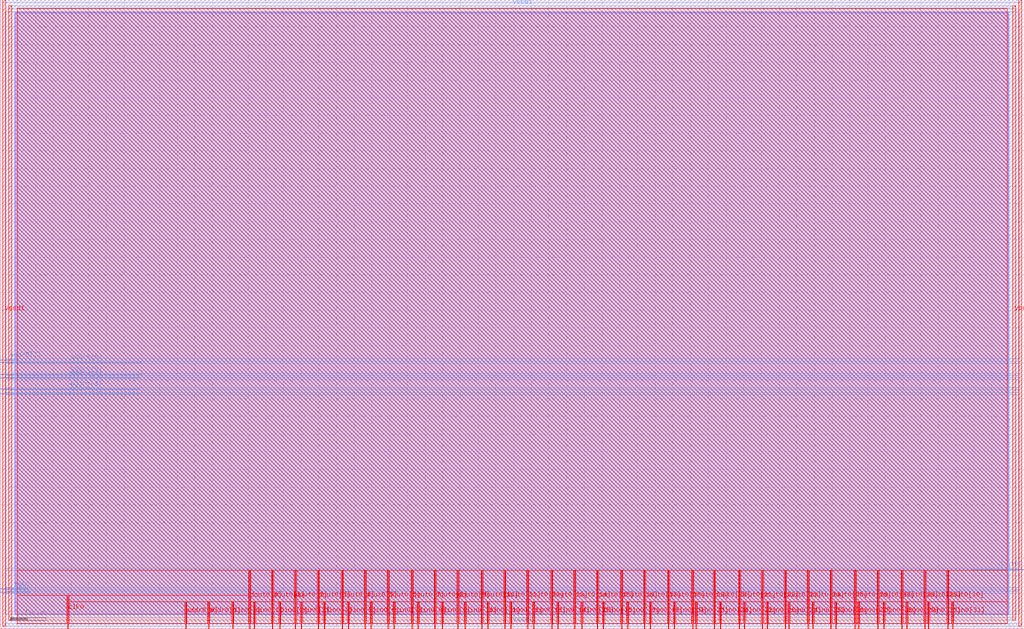
<source format=lef>
VERSION 5.7 ;
  NOWIREEXTENSIONATPIN ON ;
  DIVIDERCHAR "/" ;
  BUSBITCHARS "[]" ;
MACRO sram_32_256_sky130A
  CLASS BLOCK ;
  FOREIGN sram_32_256_sky130A ;
  ORIGIN 0.000 0.000 ;
  SIZE 578.380 BY 355.340 ;
  PIN csb0
    DIRECTION INPUT ;
    PORT
      LAYER met3 ;
        RECT 0.000 20.400 16.020 20.780 ;
    END
  END csb0
  PIN web0
    DIRECTION INPUT ;
    PORT
      LAYER met3 ;
        RECT 0.000 22.440 15.220 22.820 ;
    END
  END web0
  PIN clk0
    DIRECTION INPUT ;
    PORT
      LAYER met4 ;
        RECT 38.080 0.000 38.460 18.390 ;
    END
  END clk0
  PIN din0[0]
    DIRECTION INPUT ;
    PORT
      LAYER met4 ;
        RECT 131.240 0.000 131.620 14.990 ;
    END
  END din0[0]
  PIN din0[1]
    DIRECTION INPUT ;
    PORT
      LAYER met4 ;
        RECT 143.480 0.000 143.860 14.990 ;
    END
  END din0[1]
  PIN din0[2]
    DIRECTION INPUT ;
    PORT
      LAYER met4 ;
        RECT 157.760 0.000 158.140 14.990 ;
    END
  END din0[2]
  PIN din0[3]
    DIRECTION INPUT ;
    PORT
      LAYER met4 ;
        RECT 170.000 0.000 170.380 14.990 ;
    END
  END din0[3]
  PIN din0[4]
    DIRECTION INPUT ;
    PORT
      LAYER met4 ;
        RECT 182.920 0.000 183.300 14.990 ;
    END
  END din0[4]
  PIN din0[5]
    DIRECTION INPUT ;
    PORT
      LAYER met4 ;
        RECT 196.520 0.000 196.900 14.990 ;
    END
  END din0[5]
  PIN din0[6]
    DIRECTION INPUT ;
    PORT
      LAYER met4 ;
        RECT 209.440 0.000 209.820 14.990 ;
    END
  END din0[6]
  PIN din0[7]
    DIRECTION INPUT ;
    PORT
      LAYER met4 ;
        RECT 222.360 0.000 222.740 14.990 ;
    END
  END din0[7]
  PIN din0[8]
    DIRECTION INPUT ;
    PORT
      LAYER met4 ;
        RECT 235.960 0.000 236.340 14.990 ;
    END
  END din0[8]
  PIN din0[9]
    DIRECTION INPUT ;
    PORT
      LAYER met4 ;
        RECT 249.560 0.000 249.940 14.990 ;
    END
  END din0[9]
  PIN din0[10]
    DIRECTION INPUT ;
    PORT
      LAYER met4 ;
        RECT 262.480 0.000 262.860 14.990 ;
    END
  END din0[10]
  PIN din0[11]
    DIRECTION INPUT ;
    PORT
      LAYER met4 ;
        RECT 275.400 0.000 275.780 14.990 ;
    END
  END din0[11]
  PIN din0[12]
    DIRECTION INPUT ;
    PORT
      LAYER met4 ;
        RECT 288.320 0.000 288.700 14.990 ;
    END
  END din0[12]
  PIN din0[13]
    DIRECTION INPUT ;
    PORT
      LAYER met4 ;
        RECT 301.240 0.000 301.620 14.990 ;
    END
  END din0[13]
  PIN din0[14]
    DIRECTION INPUT ;
    PORT
      LAYER met4 ;
        RECT 314.840 0.000 315.220 14.990 ;
    END
  END din0[14]
  PIN din0[15]
    DIRECTION INPUT ;
    PORT
      LAYER met4 ;
        RECT 328.440 0.000 328.820 14.990 ;
    END
  END din0[15]
  PIN din0[16]
    DIRECTION INPUT ;
    PORT
      LAYER met4 ;
        RECT 340.680 0.000 341.060 14.990 ;
    END
  END din0[16]
  PIN din0[17]
    DIRECTION INPUT ;
    PORT
      LAYER met4 ;
        RECT 354.280 0.000 354.660 14.990 ;
    END
  END din0[17]
  PIN din0[18]
    DIRECTION INPUT ;
    PORT
      LAYER met4 ;
        RECT 367.200 0.000 367.580 14.990 ;
    END
  END din0[18]
  PIN din0[19]
    DIRECTION INPUT ;
    PORT
      LAYER met4 ;
        RECT 380.800 0.000 381.180 14.990 ;
    END
  END din0[19]
  PIN din0[20]
    DIRECTION INPUT ;
    PORT
      LAYER met4 ;
        RECT 393.040 0.000 393.420 14.990 ;
    END
  END din0[20]
  PIN din0[21]
    DIRECTION INPUT ;
    PORT
      LAYER met4 ;
        RECT 406.640 0.000 407.020 14.990 ;
    END
  END din0[21]
  PIN din0[22]
    DIRECTION INPUT ;
    PORT
      LAYER met4 ;
        RECT 420.240 0.000 420.620 14.990 ;
    END
  END din0[22]
  PIN din0[23]
    DIRECTION INPUT ;
    PORT
      LAYER met4 ;
        RECT 433.160 0.000 433.540 14.990 ;
    END
  END din0[23]
  PIN din0[24]
    DIRECTION INPUT ;
    PORT
      LAYER met4 ;
        RECT 445.400 0.000 445.780 14.990 ;
    END
  END din0[24]
  PIN din0[25]
    DIRECTION INPUT ;
    PORT
      LAYER met4 ;
        RECT 459.000 0.000 459.380 14.990 ;
    END
  END din0[25]
  PIN din0[26]
    DIRECTION INPUT ;
    PORT
      LAYER met4 ;
        RECT 471.920 0.000 472.300 14.990 ;
    END
  END din0[26]
  PIN din0[27]
    DIRECTION INPUT ;
    PORT
      LAYER met4 ;
        RECT 484.840 0.000 485.220 14.990 ;
    END
  END din0[27]
  PIN din0[28]
    DIRECTION INPUT ;
    PORT
      LAYER met4 ;
        RECT 499.120 0.000 499.500 14.990 ;
    END
  END din0[28]
  PIN din0[29]
    DIRECTION INPUT ;
    PORT
      LAYER met4 ;
        RECT 512.040 0.000 512.420 14.990 ;
    END
  END din0[29]
  PIN din0[30]
    DIRECTION INPUT ;
    PORT
      LAYER met4 ;
        RECT 524.280 0.000 524.660 14.990 ;
    END
  END din0[30]
  PIN din0[31]
    DIRECTION INPUT ;
    PORT
      LAYER met4 ;
        RECT 537.880 0.000 538.260 14.990 ;
    END
  END din0[31]
  PIN dout0[0]
    DIRECTION OUTPUT ;
    PORT
      LAYER met4 ;
        RECT 140.760 0.000 141.140 32.670 ;
    END
  END dout0[0]
  PIN dout0[1]
    DIRECTION OUTPUT ;
    PORT
      LAYER met4 ;
        RECT 153.680 0.000 154.060 32.670 ;
    END
  END dout0[1]
  PIN dout0[2]
    DIRECTION OUTPUT ;
    PORT
      LAYER met4 ;
        RECT 166.600 0.000 166.980 32.670 ;
    END
  END dout0[2]
  PIN dout0[3]
    DIRECTION OUTPUT ;
    PORT
      LAYER met4 ;
        RECT 179.520 0.000 179.900 32.670 ;
    END
  END dout0[3]
  PIN dout0[4]
    DIRECTION OUTPUT ;
    PORT
      LAYER met4 ;
        RECT 193.120 0.000 193.500 32.670 ;
    END
  END dout0[4]
  PIN dout0[5]
    DIRECTION OUTPUT ;
    PORT
      LAYER met4 ;
        RECT 206.040 0.000 206.420 32.670 ;
    END
  END dout0[5]
  PIN dout0[6]
    DIRECTION OUTPUT ;
    PORT
      LAYER met4 ;
        RECT 218.960 0.000 219.340 32.670 ;
    END
  END dout0[6]
  PIN dout0[7]
    DIRECTION OUTPUT ;
    PORT
      LAYER met4 ;
        RECT 232.560 0.000 232.940 32.670 ;
    END
  END dout0[7]
  PIN dout0[8]
    DIRECTION OUTPUT ;
    PORT
      LAYER met4 ;
        RECT 245.480 0.000 245.860 32.670 ;
    END
  END dout0[8]
  PIN dout0[9]
    DIRECTION OUTPUT ;
    PORT
      LAYER met4 ;
        RECT 258.400 0.000 258.780 32.670 ;
    END
  END dout0[9]
  PIN dout0[10]
    DIRECTION OUTPUT ;
    PORT
      LAYER met4 ;
        RECT 272.000 0.000 272.380 32.670 ;
    END
  END dout0[10]
  PIN dout0[11]
    DIRECTION OUTPUT ;
    PORT
      LAYER met4 ;
        RECT 284.920 0.000 285.300 32.670 ;
    END
  END dout0[11]
  PIN dout0[12]
    DIRECTION OUTPUT ;
    PORT
      LAYER met4 ;
        RECT 297.840 0.000 298.220 32.670 ;
    END
  END dout0[12]
  PIN dout0[13]
    DIRECTION OUTPUT ;
    PORT
      LAYER met4 ;
        RECT 311.440 0.000 311.820 32.670 ;
    END
  END dout0[13]
  PIN dout0[14]
    DIRECTION OUTPUT ;
    PORT
      LAYER met4 ;
        RECT 324.360 0.000 324.740 32.670 ;
    END
  END dout0[14]
  PIN dout0[15]
    DIRECTION OUTPUT ;
    PORT
      LAYER met4 ;
        RECT 337.280 0.000 337.660 32.670 ;
    END
  END dout0[15]
  PIN dout0[16]
    DIRECTION OUTPUT ;
    PORT
      LAYER met4 ;
        RECT 350.880 0.000 351.260 32.670 ;
    END
  END dout0[16]
  PIN dout0[17]
    DIRECTION OUTPUT ;
    PORT
      LAYER met4 ;
        RECT 363.800 0.000 364.180 32.670 ;
    END
  END dout0[17]
  PIN dout0[18]
    DIRECTION OUTPUT ;
    PORT
      LAYER met4 ;
        RECT 377.400 0.000 377.780 32.670 ;
    END
  END dout0[18]
  PIN dout0[19]
    DIRECTION OUTPUT ;
    PORT
      LAYER met4 ;
        RECT 391.000 0.000 391.380 32.670 ;
    END
  END dout0[19]
  PIN dout0[20]
    DIRECTION OUTPUT ;
    PORT
      LAYER met4 ;
        RECT 403.240 0.000 403.620 32.670 ;
    END
  END dout0[20]
  PIN dout0[21]
    DIRECTION OUTPUT ;
    PORT
      LAYER met4 ;
        RECT 417.520 0.000 417.900 32.670 ;
    END
  END dout0[21]
  PIN dout0[22]
    DIRECTION OUTPUT ;
    PORT
      LAYER met4 ;
        RECT 430.440 0.000 430.820 32.670 ;
    END
  END dout0[22]
  PIN dout0[23]
    DIRECTION OUTPUT ;
    PORT
      LAYER met4 ;
        RECT 443.360 0.000 443.740 32.670 ;
    END
  END dout0[23]
  PIN dout0[24]
    DIRECTION OUTPUT ;
    PORT
      LAYER met4 ;
        RECT 456.280 0.000 456.660 32.670 ;
    END
  END dout0[24]
  PIN dout0[25]
    DIRECTION OUTPUT ;
    PORT
      LAYER met4 ;
        RECT 469.200 0.000 469.580 32.670 ;
    END
  END dout0[25]
  PIN dout0[26]
    DIRECTION OUTPUT ;
    PORT
      LAYER met4 ;
        RECT 482.800 0.000 483.180 32.670 ;
    END
  END dout0[26]
  PIN dout0[27]
    DIRECTION OUTPUT ;
    PORT
      LAYER met4 ;
        RECT 495.720 0.000 496.100 32.670 ;
    END
  END dout0[27]
  PIN dout0[28]
    DIRECTION OUTPUT ;
    PORT
      LAYER met4 ;
        RECT 509.320 0.000 509.700 32.670 ;
    END
  END dout0[28]
  PIN dout0[29]
    DIRECTION OUTPUT ;
    PORT
      LAYER met4 ;
        RECT 522.240 0.000 522.620 32.670 ;
    END
  END dout0[29]
  PIN dout0[30]
    DIRECTION OUTPUT ;
    PORT
      LAYER met4 ;
        RECT 535.160 0.000 535.540 32.670 ;
    END
  END dout0[30]
  PIN dout0[31]
    DIRECTION OUTPUT ;
    PORT
      LAYER met3 ;
        RECT 549.260 33.320 578.380 33.700 ;
    END
  END dout0[31]
  PIN addr0[0]
    DIRECTION INPUT ;
    PORT
      LAYER met4 ;
        RECT 104.720 0.000 105.100 14.990 ;
    END
  END addr0[0]
  PIN addr0[1]
    DIRECTION INPUT ;
    PORT
      LAYER met4 ;
        RECT 117.640 0.000 118.020 14.990 ;
    END
  END addr0[1]
  PIN addr0[2]
    DIRECTION INPUT ;
    PORT
      LAYER met3 ;
        RECT 0.000 132.600 78.430 132.980 ;
    END
  END addr0[2]
  PIN addr0[3]
    DIRECTION INPUT ;
    PORT
      LAYER met3 ;
        RECT 0.000 135.320 78.430 135.700 ;
    END
  END addr0[3]
  PIN addr0[4]
    DIRECTION INPUT ;
    PORT
      LAYER met3 ;
        RECT 0.000 141.440 78.430 141.820 ;
    END
  END addr0[4]
  PIN addr0[5]
    DIRECTION INPUT ;
    PORT
      LAYER met3 ;
        RECT 0.000 143.480 79.260 143.860 ;
    END
  END addr0[5]
  PIN addr0[6]
    DIRECTION INPUT ;
    PORT
      LAYER met3 ;
        RECT 0.000 150.280 79.260 150.660 ;
    END
  END addr0[6]
  PIN addr0[7]
    DIRECTION INPUT ;
    PORT
      LAYER met3 ;
        RECT 0.000 151.640 9.900 152.020 ;
    END
  END addr0[7]
  PIN vccd1
    DIRECTION INOUT ;
    USE POWER ; 
    SHAPE ABUTMENT ;
    PORT
      LAYER met4 ;
        RECT 4.760 4.760 6.500 351.940 ;
      LAYER met3 ;
        RECT 4.760 4.760 573.620 6.500 ;
      LAYER met3 ;
        RECT 4.760 350.200 573.620 351.940 ;
      LAYER met4 ;
        RECT 571.880 4.760 573.620 351.940 ;
    END
  END vccd1
  PIN vssd1
    DIRECTION INOUT ;
    USE GROUND ; 
    SHAPE ABUTMENT ;
    PORT
      LAYER met4 ;
        RECT 575.280 1.360 577.020 355.340 ;
      LAYER met3 ;
        RECT 1.360 353.600 577.020 355.340 ;
      LAYER met3 ;
        RECT 1.360 1.360 577.020 3.100 ;
      LAYER met4 ;
        RECT 1.360 1.360 3.100 355.340 ;
    END
  END vssd1
  OBS
      LAYER li1 ;
        RECT 8.575 8.445 569.385 347.845 ;
      LAYER met1 ;
        RECT 8.100 8.050 569.860 348.240 ;
      LAYER met2 ;
        RECT 8.100 8.050 569.860 348.240 ;
      LAYER met3 ;
        RECT 2.720 152.420 575.660 348.540 ;
        RECT 10.300 151.240 575.660 152.420 ;
        RECT 2.720 151.060 575.660 151.240 ;
        RECT 79.660 149.880 575.660 151.060 ;
        RECT 2.720 144.260 575.660 149.880 ;
        RECT 79.660 143.080 575.660 144.260 ;
        RECT 2.720 142.220 575.660 143.080 ;
        RECT 78.830 141.040 575.660 142.220 ;
        RECT 2.720 136.100 575.660 141.040 ;
        RECT 78.830 134.920 575.660 136.100 ;
        RECT 2.720 133.380 575.660 134.920 ;
        RECT 78.830 132.200 575.660 133.380 ;
        RECT 2.720 34.100 575.660 132.200 ;
        RECT 2.720 32.920 548.860 34.100 ;
        RECT 2.720 23.220 575.660 32.920 ;
        RECT 15.620 22.040 575.660 23.220 ;
        RECT 2.720 21.180 575.660 22.040 ;
        RECT 16.420 20.000 575.660 21.180 ;
        RECT 2.720 8.160 575.660 20.000 ;
      LAYER met4 ;
        RECT 9.520 33.070 568.860 350.580 ;
        RECT 9.520 18.790 140.360 33.070 ;
        RECT 9.520 2.720 37.680 18.790 ;
        RECT 38.860 15.390 140.360 18.790 ;
        RECT 38.860 2.720 104.320 15.390 ;
        RECT 105.500 2.720 117.240 15.390 ;
        RECT 118.420 2.720 130.840 15.390 ;
        RECT 132.020 2.720 140.360 15.390 ;
        RECT 141.540 15.390 153.280 33.070 ;
        RECT 141.540 2.720 143.080 15.390 ;
        RECT 144.260 2.720 153.280 15.390 ;
        RECT 154.460 15.390 166.200 33.070 ;
        RECT 154.460 2.720 157.360 15.390 ;
        RECT 158.540 2.720 166.200 15.390 ;
        RECT 167.380 15.390 179.120 33.070 ;
        RECT 167.380 2.720 169.600 15.390 ;
        RECT 170.780 2.720 179.120 15.390 ;
        RECT 180.300 15.390 192.720 33.070 ;
        RECT 180.300 2.720 182.520 15.390 ;
        RECT 183.700 2.720 192.720 15.390 ;
        RECT 193.900 15.390 205.640 33.070 ;
        RECT 193.900 2.720 196.120 15.390 ;
        RECT 197.300 2.720 205.640 15.390 ;
        RECT 206.820 15.390 218.560 33.070 ;
        RECT 206.820 2.720 209.040 15.390 ;
        RECT 210.220 2.720 218.560 15.390 ;
        RECT 219.740 15.390 232.160 33.070 ;
        RECT 219.740 2.720 221.960 15.390 ;
        RECT 223.140 2.720 232.160 15.390 ;
        RECT 233.340 15.390 245.080 33.070 ;
        RECT 233.340 2.720 235.560 15.390 ;
        RECT 236.740 2.720 245.080 15.390 ;
        RECT 246.260 15.390 258.000 33.070 ;
        RECT 246.260 2.720 249.160 15.390 ;
        RECT 250.340 2.720 258.000 15.390 ;
        RECT 259.180 15.390 271.600 33.070 ;
        RECT 259.180 2.720 262.080 15.390 ;
        RECT 263.260 2.720 271.600 15.390 ;
        RECT 272.780 15.390 284.520 33.070 ;
        RECT 272.780 2.720 275.000 15.390 ;
        RECT 276.180 2.720 284.520 15.390 ;
        RECT 285.700 15.390 297.440 33.070 ;
        RECT 285.700 2.720 287.920 15.390 ;
        RECT 289.100 2.720 297.440 15.390 ;
        RECT 298.620 15.390 311.040 33.070 ;
        RECT 298.620 2.720 300.840 15.390 ;
        RECT 302.020 2.720 311.040 15.390 ;
        RECT 312.220 15.390 323.960 33.070 ;
        RECT 312.220 2.720 314.440 15.390 ;
        RECT 315.620 2.720 323.960 15.390 ;
        RECT 325.140 15.390 336.880 33.070 ;
        RECT 325.140 2.720 328.040 15.390 ;
        RECT 329.220 2.720 336.880 15.390 ;
        RECT 338.060 15.390 350.480 33.070 ;
        RECT 338.060 2.720 340.280 15.390 ;
        RECT 341.460 2.720 350.480 15.390 ;
        RECT 351.660 15.390 363.400 33.070 ;
        RECT 351.660 2.720 353.880 15.390 ;
        RECT 355.060 2.720 363.400 15.390 ;
        RECT 364.580 15.390 377.000 33.070 ;
        RECT 364.580 2.720 366.800 15.390 ;
        RECT 367.980 2.720 377.000 15.390 ;
        RECT 378.180 15.390 390.600 33.070 ;
        RECT 378.180 2.720 380.400 15.390 ;
        RECT 381.580 2.720 390.600 15.390 ;
        RECT 391.780 15.390 402.840 33.070 ;
        RECT 391.780 2.720 392.640 15.390 ;
        RECT 393.820 2.720 402.840 15.390 ;
        RECT 404.020 15.390 417.120 33.070 ;
        RECT 404.020 2.720 406.240 15.390 ;
        RECT 407.420 2.720 417.120 15.390 ;
        RECT 418.300 15.390 430.040 33.070 ;
        RECT 418.300 2.720 419.840 15.390 ;
        RECT 421.020 2.720 430.040 15.390 ;
        RECT 431.220 15.390 442.960 33.070 ;
        RECT 431.220 2.720 432.760 15.390 ;
        RECT 433.940 2.720 442.960 15.390 ;
        RECT 444.140 15.390 455.880 33.070 ;
        RECT 444.140 2.720 445.000 15.390 ;
        RECT 446.180 2.720 455.880 15.390 ;
        RECT 457.060 15.390 468.800 33.070 ;
        RECT 457.060 2.720 458.600 15.390 ;
        RECT 459.780 2.720 468.800 15.390 ;
        RECT 469.980 15.390 482.400 33.070 ;
        RECT 469.980 2.720 471.520 15.390 ;
        RECT 472.700 2.720 482.400 15.390 ;
        RECT 483.580 15.390 495.320 33.070 ;
        RECT 483.580 2.720 484.440 15.390 ;
        RECT 485.620 2.720 495.320 15.390 ;
        RECT 496.500 15.390 508.920 33.070 ;
        RECT 496.500 2.720 498.720 15.390 ;
        RECT 499.900 2.720 508.920 15.390 ;
        RECT 510.100 15.390 521.840 33.070 ;
        RECT 510.100 2.720 511.640 15.390 ;
        RECT 512.820 2.720 521.840 15.390 ;
        RECT 523.020 15.390 534.760 33.070 ;
        RECT 523.020 2.720 523.880 15.390 ;
        RECT 525.060 2.720 534.760 15.390 ;
        RECT 535.940 15.390 568.860 33.070 ;
        RECT 535.940 2.720 537.480 15.390 ;
        RECT 538.660 2.720 568.860 15.390 ;
  END
END sram_32_256_sky130A
END LIBRARY


</source>
